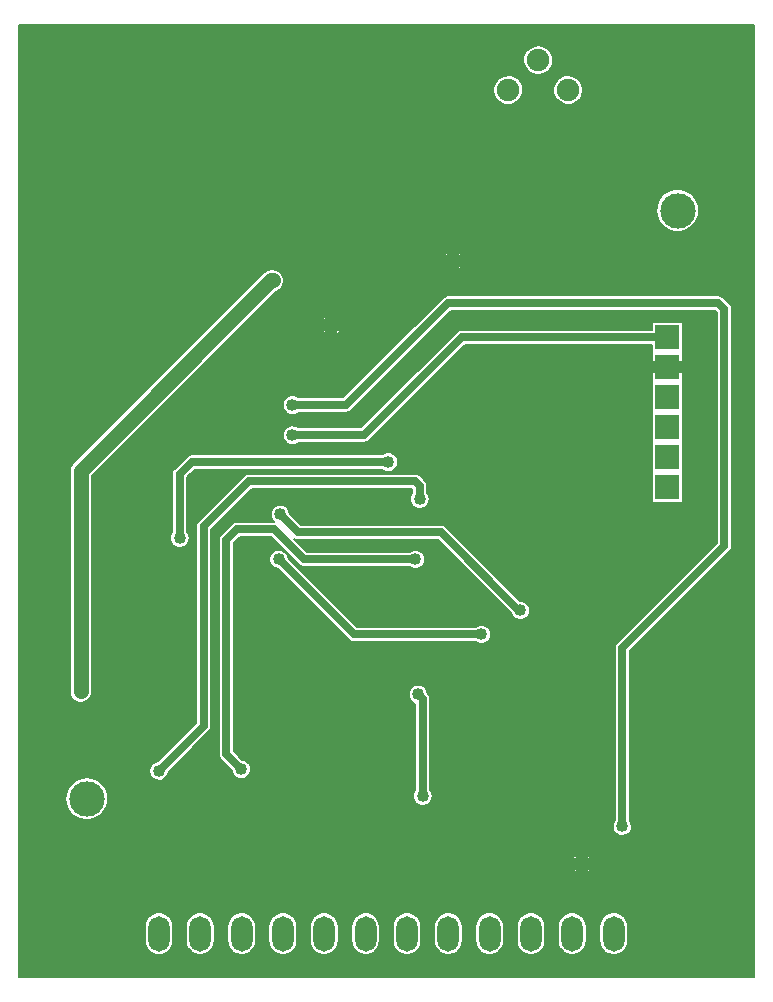
<source format=gbr>
%FSLAX23Y23*%
%MOIN*%
%ADD21O,0.07087X0.11811*%
%ADD23R,0.08000X0.08000*%
%ADD10C,0.00500*%
%ADD27C,0.02520*%
%ADD73C,0.03937*%
%ADD28C,0.04000*%
%ADD26C,0.04800*%
%ADD72C,0.05000*%
%ADD75C,0.07500*%
%ADD15C,0.11811*%
X000Y000D02*
D02*
D10*
X028Y176D02*
X494D01*
Y250*
X483Y251*
X473Y255*
X464Y260*
X456Y268*
X451Y277*
X447Y287*
X446Y298*
Y345*
X447Y356*
X451Y367*
X458Y377*
X467Y384*
X477Y390*
X488Y393*
X500*
X511Y390*
X521Y384*
X530Y377*
X536Y367*
X540Y356*
X542Y345*
X584*
X585Y356*
X589Y367*
X596Y377*
X604Y384*
X615Y390*
X626Y393*
X637*
X649Y390*
X659Y384*
X668Y377*
X674Y367*
X678Y356*
X680Y345*
X722*
X723Y356*
X727Y367*
X734Y377*
X742Y384*
X753Y390*
X764Y393*
X775*
X786Y390*
X797Y384*
X805Y377*
X812Y367*
X816Y356*
X817Y345*
X859*
X861Y356*
X865Y367*
X871Y377*
X880Y384*
X890Y390*
X902Y393*
X913*
X924Y390*
X935Y384*
X943Y377*
X950Y367*
X954Y356*
X955Y345*
X997*
X999Y356*
X1003Y367*
X1009Y377*
X1018Y384*
X1028Y390*
X1039Y393*
X1051*
X1062Y390*
X1072Y384*
X1081Y377*
X1088Y367*
X1092Y356*
X1093Y345*
X1135*
X1136Y356*
X1140Y367*
X1147Y377*
X1156Y384*
X1166Y390*
X1177Y393*
X1189*
X1200Y390*
X1210Y384*
X1219Y377*
X1225Y367*
X1229Y356*
X1231Y345*
X1273*
X1274Y356*
X1278Y367*
X1285Y377*
X1293Y384*
X1304Y390*
X1315Y393*
X1326*
X1338Y390*
X1348Y384*
X1357Y377*
X1363Y367*
X1367Y356*
X1369Y345*
X1411*
X1412Y356*
X1416Y367*
X1423Y377*
X1431Y384*
X1441Y390*
X1453Y393*
X1464*
X1475Y390*
X1486Y384*
X1494Y377*
X1501Y367*
X1505Y356*
X1506Y345*
X1548*
X1550Y356*
X1554Y367*
X1560Y377*
X1569Y384*
X1579Y390*
X1591Y393*
X1602*
X1613Y390*
X1624Y384*
X1632Y377*
X1639Y367*
X1643Y356*
X1644Y345*
X1686*
X1688Y356*
X1692Y367*
X1698Y377*
X1707Y384*
X1717Y390*
X1728Y393*
X1740*
X1751Y390*
X1761Y384*
X1770Y377*
X1777Y367*
X1781Y356*
X1782Y345*
X1824*
X1825Y356*
X1829Y367*
X1836Y377*
X1845Y384*
X1855Y390*
X1866Y393*
X1878*
X1889Y390*
X1899Y384*
X1908Y377*
X1914Y367*
X1918Y356*
X1920Y345*
X1962*
X1963Y356*
X1967Y367*
X1974Y377*
X1982Y384*
X1993Y390*
X2004Y393*
X2015*
X2027Y390*
X2037Y384*
X2046Y377*
X2052Y367*
X2056Y356*
X2058Y345*
Y298*
X2056Y286*
X2052Y275*
X2046Y266*
X2037Y258*
X2027Y253*
X2015Y250*
X2004*
X1993Y253*
X1982Y258*
X1974Y266*
X1967Y275*
X1963Y286*
X1962Y298*
Y345*
X1920*
Y298*
X1918Y286*
X1914Y275*
X1908Y266*
X1899Y258*
X1889Y253*
X1878Y250*
X1866*
X1855Y253*
X1845Y258*
X1836Y266*
X1829Y275*
X1825Y286*
X1824Y298*
Y345*
X1782*
Y298*
X1781Y286*
X1777Y275*
X1770Y266*
X1761Y258*
X1751Y253*
X1740Y250*
X1728*
X1717Y253*
X1707Y258*
X1698Y266*
X1692Y275*
X1688Y286*
X1686Y298*
Y345*
X1644*
Y298*
X1643Y286*
X1639Y275*
X1632Y266*
X1624Y258*
X1613Y253*
X1602Y250*
X1590*
X1579Y253*
X1569Y258*
X1560Y266*
X1554Y275*
X1550Y286*
X1548Y298*
Y345*
X1506*
Y298*
X1505Y286*
X1501Y275*
X1494Y266*
X1486Y258*
X1475Y253*
X1464Y250*
X1453*
X1441Y253*
X1431Y258*
X1423Y266*
X1416Y275*
X1412Y286*
X1411Y298*
Y345*
X1369*
Y298*
X1367Y286*
X1363Y275*
X1357Y266*
X1348Y258*
X1338Y253*
X1326Y250*
X1315*
X1304Y253*
X1293Y258*
X1285Y266*
X1278Y275*
X1274Y286*
X1273Y298*
Y345*
X1231*
Y298*
X1229Y286*
X1225Y275*
X1219Y266*
X1210Y258*
X1200Y253*
X1189Y250*
X1177*
X1166Y253*
X1156Y258*
X1147Y266*
X1140Y275*
X1136Y286*
X1135Y298*
Y345*
X1093*
Y298*
X1092Y286*
X1088Y275*
X1081Y266*
X1072Y258*
X1062Y253*
X1051Y250*
X1039*
X1028Y253*
X1018Y258*
X1009Y266*
X1003Y275*
X999Y286*
X997Y298*
Y345*
X955*
Y298*
X954Y286*
X950Y275*
X943Y266*
X935Y258*
X924Y253*
X913Y250*
X902*
X890Y253*
X880Y258*
X871Y266*
X865Y275*
X861Y286*
X859Y298*
Y345*
X817*
Y298*
X816Y286*
X812Y275*
X805Y266*
X797Y258*
X786Y253*
X775Y250*
X764*
X753Y253*
X742Y258*
X734Y266*
X727Y275*
X723Y286*
X722Y298*
Y345*
X680*
Y298*
X678Y286*
X674Y275*
X668Y266*
X659Y258*
X649Y253*
X637Y250*
X626*
X615Y253*
X604Y258*
X596Y266*
X589Y275*
X585Y286*
X584Y298*
Y345*
X542*
Y298*
X541Y287*
X537Y277*
X531Y268*
X524Y260*
X515Y255*
X505Y251*
X494Y250*
Y176*
X2478*
Y2404*
X2404*
Y1614*
X2403Y1607*
X2400Y1601*
X2396Y1596*
X2064Y1263*
Y699*
X2069Y691*
X2071Y681*
X2070Y671*
X2066Y662*
X2060Y654*
X2051Y649*
X2042Y646*
X2032Y647*
X2023Y650*
X2015Y656*
X1930Y578*
X1936Y571*
X1939Y563*
X1940Y554*
X1939Y543*
X1934Y534*
X1927Y526*
X1919Y520*
X1909Y517*
X1898*
X1888Y520*
X1880Y526*
X1873Y534*
X1869Y543*
X1867Y554*
X1868Y563*
X1872Y572*
X1878Y580*
X1886Y585*
X1895Y589*
X1904Y590*
X1914Y589*
X1923Y585*
X1930Y578*
X2015Y656*
X2009Y664*
X2007Y673*
X2006Y682*
X2009Y691*
X2013Y699*
Y1274*
X2014Y1280*
X2017Y1286*
X2021Y1291*
X2353Y1624*
Y2393*
X2348Y2398*
X1469*
X1136Y2066*
X1131Y2062*
X1125Y2059*
X1119Y2058*
X959*
X953Y2054*
X946Y2052*
X939Y2051*
Y2016*
X946Y2015*
X953Y2013*
X959Y2009*
X1168*
X1486Y2326*
X1491Y2330*
X1497Y2333*
X1504Y2334*
X2136*
Y2361*
X2241*
Y1756*
X2136*
Y2283*
X1514*
X1196Y1966*
X1191Y1962*
X1185Y1959*
X1179Y1958*
X959*
X953Y1954*
X946Y1952*
X939Y1951*
Y1919*
X1238*
X1246Y1923*
X1255Y1926*
X1264Y1926*
X1272Y1923*
X1280Y1918*
X1286Y1911*
X1290Y1903*
X1291Y1894*
X1290Y1885*
X1287Y1877*
X1282Y1871*
X1275Y1865*
X1267Y1862*
X1259Y1861*
Y1854*
X1349*
X1355Y1853*
X1361Y1850*
X1366Y1846*
X1381Y1831*
X1385Y1826*
X1388Y1820*
X1389Y1814*
Y1789*
X1393Y1783*
X1395Y1776*
X1396Y1769*
X1395Y1759*
X1391Y1751*
X1385Y1744*
X1377Y1739*
X1368Y1736*
X1359*
X1350Y1739*
X1342Y1744*
X1336Y1751*
X1332Y1759*
X1331Y1769*
X1332Y1776*
X1334Y1783*
X1338Y1789*
Y1803*
X1338Y1803*
X804*
X669Y1668*
Y1014*
X693*
Y1634*
X694Y1640*
X697Y1646*
X701Y1651*
X736Y1686*
X741Y1690*
X747Y1693*
X754Y1694*
X878*
X871Y1701*
X867Y1709*
X866Y1719*
X868Y1728*
X872Y1737*
X879Y1744*
X887Y1749*
X897Y1751*
X907Y1750*
X916Y1746*
X923Y1740*
X928Y1731*
X931Y1722*
X969Y1684*
X1434*
X1440Y1683*
X1446Y1680*
X1451Y1676*
X1697Y1431*
X1705Y1430*
X1714Y1427*
X1721Y1422*
X1726Y1415*
X1730Y1407*
X1731Y1399*
X1730Y1389*
X1726Y1381*
X1720Y1374*
X1712Y1369*
X1703Y1366*
X1694Y1366*
X1685Y1369*
X1677Y1374*
X1671Y1381*
X1667Y1389*
X1423Y1633*
X959*
X952Y1634*
X945Y1637*
X989Y1594*
X1328*
X1336Y1598*
X1345Y1601*
X1354Y1601*
X1362Y1598*
X1370Y1593*
X1376Y1586*
X1380Y1578*
X1381Y1569*
X1380Y1560*
X1376Y1551*
X1370Y1544*
X1362Y1539*
X1354Y1536*
X1345Y1536*
X1336Y1539*
X1328Y1543*
X979*
X972Y1544*
X966Y1547*
X961Y1551*
X918Y1593*
X917Y1592*
X921Y1586*
X924Y1579*
X926Y1572*
X1154Y1344*
X1548*
X1556Y1348*
X1565Y1351*
X1574Y1351*
X1582Y1348*
X1590Y1343*
X1596Y1336*
X1600Y1328*
X1601Y1319*
X1600Y1310*
X1596Y1301*
X1590Y1294*
X1582Y1289*
X1574Y1286*
X1565Y1286*
X1556Y1289*
X1548Y1293*
X1359*
Y1151*
X1368Y1150*
X1377Y1146*
X1384Y1139*
X1389Y1131*
X1391Y1122*
X1391Y1121*
X1395Y1116*
X1398Y1110*
X1399Y1104*
Y799*
X1403Y793*
X1405Y786*
X1406Y779*
X1405Y769*
X1401Y761*
X1395Y754*
X1387Y749*
X1378Y746*
X1369*
X1360Y749*
X1352Y754*
X1346Y761*
X1342Y769*
X1341Y779*
X1342Y786*
X1344Y793*
X1348Y799*
Y1088*
X1340Y1092*
X1333Y1098*
X1329Y1106*
X1326Y1115*
X1326Y1124*
X1329Y1132*
X1334Y1140*
X1341Y1146*
X1349Y1150*
X1359Y1151*
Y1293*
X1144*
X1137Y1294*
X1131Y1297*
X1126Y1301*
X890Y1536*
X881Y1539*
X873Y1543*
X867Y1551*
X862Y1559*
X861Y1569*
X862Y1578*
X867Y1587*
X873Y1594*
X881Y1599*
X890Y1601*
X900Y1600*
X909Y1597*
X917Y1592*
X918Y1593*
X868Y1643*
X764*
X744Y1623*
Y929*
X772Y901*
X781Y899*
X789Y894*
X796Y887*
X800Y878*
X801Y869*
X800Y859*
X795Y850*
X788Y843*
X780Y838*
X770Y836*
X760Y837*
X751Y841*
X744Y847*
X739Y856*
X736Y865*
X701Y901*
X697Y906*
X694Y912*
X693Y919*
Y1014*
X669*
X668Y1007*
X665Y1001*
X661Y996*
X526Y860*
X524Y851*
X519Y843*
X511Y836*
X503Y832*
X493Y831*
X484Y833*
X475Y837*
X468Y844*
X463Y852*
X320Y797*
X324Y784*
X325Y771*
X323Y756*
X319Y742*
X311Y729*
X301Y718*
X289Y709*
X275Y703*
X261Y700*
X246*
X231Y703*
X218Y709*
X205Y718*
X195Y729*
X188Y742*
X183Y756*
X182Y771*
X183Y785*
X187Y799*
X194Y811*
X203Y822*
X214Y831*
X227Y837*
X240Y841*
X254Y843*
X268Y841*
X282Y837*
X294Y830*
X305Y820*
X314Y809*
X320Y797*
X463Y852*
X461Y862*
X462Y871*
X466Y881*
X472Y888*
X481Y893*
X490Y896*
X618Y1024*
Y1679*
X619Y1685*
X622Y1691*
X626Y1696*
X776Y1846*
X781Y1850*
X787Y1853*
X794Y1854*
X1259*
Y1861*
X1251Y1862*
X1244Y1864*
X1238Y1868*
X614*
X589Y1843*
Y1659*
X593Y1653*
X595Y1646*
X596Y1639*
X595Y1629*
X591Y1621*
X585Y1614*
X577Y1609*
X568Y1606*
X559*
X550Y1609*
X542Y1614*
X536Y1621*
X532Y1629*
X531Y1639*
X532Y1646*
X534Y1653*
X538Y1659*
Y1854*
X539Y1860*
X542Y1866*
X546Y1871*
X586Y1911*
X591Y1915*
X597Y1918*
X604Y1919*
X939*
Y1951*
X930Y1952*
X922Y1955*
X916Y1961*
X910Y1967*
X907Y1975*
X906Y1984*
X907Y1992*
X910Y2000*
X916Y2007*
X922Y2012*
X930Y2015*
X939Y2016*
Y2051*
X930Y2052*
X922Y2055*
X916Y2061*
X910Y2067*
X907Y2075*
X906Y2084*
X907Y2093*
X911Y2101*
X917Y2108*
X925Y2113*
X933Y2116*
X943Y2116*
X951Y2113*
X959Y2109*
X1108*
X1208Y2209*
X1094Y2323*
X1087Y2317*
X1078Y2313*
X1069Y2312*
X1059Y2313*
X1050Y2317*
X1043Y2323*
X1037Y2330*
X1033Y2339*
X1032Y2349*
X1034Y2359*
X1038Y2368*
X1045Y2376*
X1053Y2382*
X1063Y2385*
X1074*
X1084Y2382*
X1092Y2376*
X1099Y2368*
X1104Y2359*
X1105Y2349*
X1104Y2339*
X1100Y2330*
X1094Y2323*
X1208Y2209*
X1441Y2441*
X1446Y2445*
X1452Y2448*
X1459Y2449*
X1474*
Y2527*
X1464Y2528*
X1455Y2532*
X1448Y2538*
X1442Y2545*
X1438Y2554*
X1437Y2564*
X1439Y2574*
X1443Y2583*
X1450Y2591*
X1458Y2597*
X1468Y2600*
X1479*
X1489Y2597*
X1497Y2591*
X1504Y2583*
X1509Y2574*
X1510Y2564*
X1509Y2554*
X1505Y2545*
X1499Y2538*
X1492Y2532*
X1483Y2528*
X1474Y2527*
Y2449*
X2359*
X2365Y2448*
X2371Y2445*
X2376Y2441*
X2396Y2421*
X2400Y2416*
X2403Y2410*
X2404Y2404*
X2478*
Y2732*
X2294*
X2293Y2718*
X2288Y2703*
X2281Y2690*
X2271Y2679*
X2258Y2670*
X2245Y2664*
X2230Y2661*
X2215*
X2201Y2664*
X2187Y2670*
X2175Y2679*
X2165Y2690*
X2157Y2703*
X2153Y2718*
X2151Y2732*
X2153Y2747*
X2157Y2761*
X2165Y2774*
X2175Y2786*
X2187Y2794*
X2201Y2800*
X2215Y2804*
X2230*
X2245Y2800*
X2258Y2794*
X2271Y2786*
X2281Y2774*
X2288Y2761*
X2293Y2747*
X2294Y2732*
X2478*
Y3352*
X1759*
Y3284*
X1770Y3282*
X1781Y3278*
X1791Y3272*
X1799Y3263*
X1805Y3253*
X1808Y3241*
X1808Y3230*
X1806Y3218*
X1801Y3207*
X1794Y3198*
X1823Y3169*
X1831Y3175*
X1839Y3180*
X1849Y3183*
X1859Y3184*
X1871Y3182*
X1882Y3178*
X1892Y3171*
X1900Y3162*
X1905Y3151*
X1908Y3140*
Y3128*
X1905Y3116*
X1900Y3105*
X1892Y3096*
X1882Y3089*
X1871Y3085*
X1859Y3084*
X1847Y3085*
X1836Y3089*
X1826Y3096*
X1818Y3104*
X1812Y3114*
X1809Y3126*
X1809Y3137*
X1811Y3149*
X1816Y3160*
X1823Y3169*
X1794Y3198*
X1785Y3191*
X1775Y3186*
X1764Y3184*
X1753*
X1742Y3186*
X1732Y3191*
X1723Y3198*
X1694Y3169*
X1701Y3160*
X1706Y3149*
X1708Y3137*
X1708Y3126*
X1705Y3114*
X1699Y3104*
X1691Y3096*
X1681Y3089*
X1670Y3085*
X1659Y3084*
X1647Y3085*
X1635Y3089*
X1625Y3096*
X1617Y3105*
X1612Y3116*
X1609Y3128*
Y3140*
X1612Y3151*
X1617Y3162*
X1625Y3171*
X1635Y3178*
X1647Y3182*
X1659Y3184*
X1668Y3183*
X1678Y3180*
X1686Y3175*
X1694Y3169*
X1723Y3198*
X1716Y3207*
X1711Y3218*
X1709Y3230*
X1709Y3241*
X1712Y3253*
X1718Y3263*
X1726Y3272*
X1736Y3278*
X1747Y3282*
X1759Y3284*
Y3352*
X028*
Y1744*
X196*
Y1864*
X197Y1873*
X201Y1882*
X207Y1890*
X842Y2525*
X850Y2531*
X859Y2535*
X869Y2536*
X874*
X884Y2535*
X893Y2530*
X901Y2524*
X907Y2515*
X910Y2505*
X911Y2495*
X908Y2484*
X903Y2475*
X896Y2468*
X886Y2463*
X271Y1848*
Y1129*
X270Y1118*
X265Y1108*
X258Y1100*
X249Y1094*
X239Y1091*
X228*
X218Y1094*
X209Y1100*
X202Y1108*
X198Y1118*
X196Y1129*
Y1744*
X028*
Y176*
G36*
X494*
Y250*
X483Y251*
X473Y255*
X464Y260*
X456Y268*
X451Y277*
X447Y287*
X446Y298*
Y345*
X447Y356*
X451Y367*
X458Y377*
X467Y384*
X477Y390*
X488Y393*
X500*
X511Y390*
X521Y384*
X530Y377*
X536Y367*
X540Y356*
X542Y345*
X584*
X585Y356*
X589Y367*
X596Y377*
X604Y384*
X615Y390*
X626Y393*
X637*
X649Y390*
X659Y384*
X668Y377*
X674Y367*
X678Y356*
X680Y345*
X722*
X723Y356*
X727Y367*
X734Y377*
X742Y384*
X753Y390*
X764Y393*
X775*
X786Y390*
X797Y384*
X805Y377*
X812Y367*
X816Y356*
X817Y345*
X859*
X861Y356*
X865Y367*
X871Y377*
X880Y384*
X890Y390*
X902Y393*
X913*
X924Y390*
X935Y384*
X943Y377*
X950Y367*
X954Y356*
X955Y345*
X997*
X999Y356*
X1003Y367*
X1009Y377*
X1018Y384*
X1028Y390*
X1039Y393*
X1051*
X1062Y390*
X1072Y384*
X1081Y377*
X1088Y367*
X1092Y356*
X1093Y345*
X1135*
X1136Y356*
X1140Y367*
X1147Y377*
X1156Y384*
X1166Y390*
X1177Y393*
X1189*
X1200Y390*
X1210Y384*
X1219Y377*
X1225Y367*
X1229Y356*
X1231Y345*
X1273*
X1274Y356*
X1278Y367*
X1285Y377*
X1293Y384*
X1304Y390*
X1315Y393*
X1326*
X1338Y390*
X1348Y384*
X1357Y377*
X1363Y367*
X1367Y356*
X1369Y345*
X1411*
X1412Y356*
X1416Y367*
X1423Y377*
X1431Y384*
X1441Y390*
X1453Y393*
X1464*
X1475Y390*
X1486Y384*
X1494Y377*
X1501Y367*
X1505Y356*
X1506Y345*
X1548*
X1550Y356*
X1554Y367*
X1560Y377*
X1569Y384*
X1579Y390*
X1591Y393*
X1602*
X1613Y390*
X1624Y384*
X1632Y377*
X1639Y367*
X1643Y356*
X1644Y345*
X1686*
X1688Y356*
X1692Y367*
X1698Y377*
X1707Y384*
X1717Y390*
X1728Y393*
X1740*
X1751Y390*
X1761Y384*
X1770Y377*
X1777Y367*
X1781Y356*
X1782Y345*
X1824*
X1825Y356*
X1829Y367*
X1836Y377*
X1845Y384*
X1855Y390*
X1866Y393*
X1878*
X1889Y390*
X1899Y384*
X1908Y377*
X1914Y367*
X1918Y356*
X1920Y345*
X1962*
X1963Y356*
X1967Y367*
X1974Y377*
X1982Y384*
X1993Y390*
X2004Y393*
X2015*
X2027Y390*
X2037Y384*
X2046Y377*
X2052Y367*
X2056Y356*
X2058Y345*
Y298*
X2056Y286*
X2052Y275*
X2046Y266*
X2037Y258*
X2027Y253*
X2015Y250*
X2004*
X1993Y253*
X1982Y258*
X1974Y266*
X1967Y275*
X1963Y286*
X1962Y298*
Y345*
X1920*
Y298*
X1918Y286*
X1914Y275*
X1908Y266*
X1899Y258*
X1889Y253*
X1878Y250*
X1866*
X1855Y253*
X1845Y258*
X1836Y266*
X1829Y275*
X1825Y286*
X1824Y298*
Y345*
X1782*
Y298*
X1781Y286*
X1777Y275*
X1770Y266*
X1761Y258*
X1751Y253*
X1740Y250*
X1728*
X1717Y253*
X1707Y258*
X1698Y266*
X1692Y275*
X1688Y286*
X1686Y298*
Y345*
X1644*
Y298*
X1643Y286*
X1639Y275*
X1632Y266*
X1624Y258*
X1613Y253*
X1602Y250*
X1590*
X1579Y253*
X1569Y258*
X1560Y266*
X1554Y275*
X1550Y286*
X1548Y298*
Y345*
X1506*
Y298*
X1505Y286*
X1501Y275*
X1494Y266*
X1486Y258*
X1475Y253*
X1464Y250*
X1453*
X1441Y253*
X1431Y258*
X1423Y266*
X1416Y275*
X1412Y286*
X1411Y298*
Y345*
X1369*
Y298*
X1367Y286*
X1363Y275*
X1357Y266*
X1348Y258*
X1338Y253*
X1326Y250*
X1315*
X1304Y253*
X1293Y258*
X1285Y266*
X1278Y275*
X1274Y286*
X1273Y298*
Y345*
X1231*
Y298*
X1229Y286*
X1225Y275*
X1219Y266*
X1210Y258*
X1200Y253*
X1189Y250*
X1177*
X1166Y253*
X1156Y258*
X1147Y266*
X1140Y275*
X1136Y286*
X1135Y298*
Y345*
X1093*
Y298*
X1092Y286*
X1088Y275*
X1081Y266*
X1072Y258*
X1062Y253*
X1051Y250*
X1039*
X1028Y253*
X1018Y258*
X1009Y266*
X1003Y275*
X999Y286*
X997Y298*
Y345*
X955*
Y298*
X954Y286*
X950Y275*
X943Y266*
X935Y258*
X924Y253*
X913Y250*
X902*
X890Y253*
X880Y258*
X871Y266*
X865Y275*
X861Y286*
X859Y298*
Y345*
X817*
Y298*
X816Y286*
X812Y275*
X805Y266*
X797Y258*
X786Y253*
X775Y250*
X764*
X753Y253*
X742Y258*
X734Y266*
X727Y275*
X723Y286*
X722Y298*
Y345*
X680*
Y298*
X678Y286*
X674Y275*
X668Y266*
X659Y258*
X649Y253*
X637Y250*
X626*
X615Y253*
X604Y258*
X596Y266*
X589Y275*
X585Y286*
X584Y298*
Y345*
X542*
Y298*
X541Y287*
X537Y277*
X531Y268*
X524Y260*
X515Y255*
X505Y251*
X494Y250*
Y176*
X2478*
Y2404*
X2404*
Y1614*
X2403Y1607*
X2400Y1601*
X2396Y1596*
X2064Y1263*
Y699*
X2069Y691*
X2071Y681*
X2070Y671*
X2066Y662*
X2060Y654*
X2051Y649*
X2042Y646*
X2032Y647*
X2023Y650*
X2015Y656*
X1930Y578*
X1936Y571*
X1939Y563*
X1940Y554*
X1939Y543*
X1934Y534*
X1927Y526*
X1919Y520*
X1909Y517*
X1898*
X1888Y520*
X1880Y526*
X1873Y534*
X1869Y543*
X1867Y554*
X1868Y563*
X1872Y572*
X1878Y580*
X1886Y585*
X1895Y589*
X1904Y590*
X1914Y589*
X1923Y585*
X1930Y578*
X2015Y656*
X2009Y664*
X2007Y673*
X2006Y682*
X2009Y691*
X2013Y699*
Y1274*
X2014Y1280*
X2017Y1286*
X2021Y1291*
X2353Y1624*
Y2393*
X2348Y2398*
X1469*
X1136Y2066*
X1131Y2062*
X1125Y2059*
X1119Y2058*
X959*
X953Y2054*
X946Y2052*
X939Y2051*
Y2016*
X946Y2015*
X953Y2013*
X959Y2009*
X1168*
X1486Y2326*
X1491Y2330*
X1497Y2333*
X1504Y2334*
X2136*
Y2361*
X2241*
Y1756*
X2136*
Y2283*
X1514*
X1196Y1966*
X1191Y1962*
X1185Y1959*
X1179Y1958*
X959*
X953Y1954*
X946Y1952*
X939Y1951*
Y1919*
X1238*
X1246Y1923*
X1255Y1926*
X1264Y1926*
X1272Y1923*
X1280Y1918*
X1286Y1911*
X1290Y1903*
X1291Y1894*
X1290Y1885*
X1287Y1877*
X1282Y1871*
X1275Y1865*
X1267Y1862*
X1259Y1861*
Y1854*
X1349*
X1355Y1853*
X1361Y1850*
X1366Y1846*
X1381Y1831*
X1385Y1826*
X1388Y1820*
X1389Y1814*
Y1789*
X1393Y1783*
X1395Y1776*
X1396Y1769*
X1395Y1759*
X1391Y1751*
X1385Y1744*
X1377Y1739*
X1368Y1736*
X1359*
X1350Y1739*
X1342Y1744*
X1336Y1751*
X1332Y1759*
X1331Y1769*
X1332Y1776*
X1334Y1783*
X1338Y1789*
Y1803*
X1338Y1803*
X804*
X669Y1668*
Y1014*
X693*
Y1634*
X694Y1640*
X697Y1646*
X701Y1651*
X736Y1686*
X741Y1690*
X747Y1693*
X754Y1694*
X878*
X871Y1701*
X867Y1709*
X866Y1719*
X868Y1728*
X872Y1737*
X879Y1744*
X887Y1749*
X897Y1751*
X907Y1750*
X916Y1746*
X923Y1740*
X928Y1731*
X931Y1722*
X969Y1684*
X1434*
X1440Y1683*
X1446Y1680*
X1451Y1676*
X1697Y1431*
X1705Y1430*
X1714Y1427*
X1721Y1422*
X1726Y1415*
X1730Y1407*
X1731Y1399*
X1730Y1389*
X1726Y1381*
X1720Y1374*
X1712Y1369*
X1703Y1366*
X1694Y1366*
X1685Y1369*
X1677Y1374*
X1671Y1381*
X1667Y1389*
X1423Y1633*
X959*
X952Y1634*
X945Y1637*
X989Y1594*
X1328*
X1336Y1598*
X1345Y1601*
X1354Y1601*
X1362Y1598*
X1370Y1593*
X1376Y1586*
X1380Y1578*
X1381Y1569*
X1380Y1560*
X1376Y1551*
X1370Y1544*
X1362Y1539*
X1354Y1536*
X1345Y1536*
X1336Y1539*
X1328Y1543*
X979*
X972Y1544*
X966Y1547*
X961Y1551*
X918Y1593*
X917Y1592*
X921Y1586*
X924Y1579*
X926Y1572*
X1154Y1344*
X1548*
X1556Y1348*
X1565Y1351*
X1574Y1351*
X1582Y1348*
X1590Y1343*
X1596Y1336*
X1600Y1328*
X1601Y1319*
X1600Y1310*
X1596Y1301*
X1590Y1294*
X1582Y1289*
X1574Y1286*
X1565Y1286*
X1556Y1289*
X1548Y1293*
X1359*
Y1151*
X1368Y1150*
X1377Y1146*
X1384Y1139*
X1389Y1131*
X1391Y1122*
X1391Y1121*
X1395Y1116*
X1398Y1110*
X1399Y1104*
Y799*
X1403Y793*
X1405Y786*
X1406Y779*
X1405Y769*
X1401Y761*
X1395Y754*
X1387Y749*
X1378Y746*
X1369*
X1360Y749*
X1352Y754*
X1346Y761*
X1342Y769*
X1341Y779*
X1342Y786*
X1344Y793*
X1348Y799*
Y1088*
X1340Y1092*
X1333Y1098*
X1329Y1106*
X1326Y1115*
X1326Y1124*
X1329Y1132*
X1334Y1140*
X1341Y1146*
X1349Y1150*
X1359Y1151*
Y1293*
X1144*
X1137Y1294*
X1131Y1297*
X1126Y1301*
X890Y1536*
X881Y1539*
X873Y1543*
X867Y1551*
X862Y1559*
X861Y1569*
X862Y1578*
X867Y1587*
X873Y1594*
X881Y1599*
X890Y1601*
X900Y1600*
X909Y1597*
X917Y1592*
X918Y1593*
X868Y1643*
X764*
X744Y1623*
Y929*
X772Y901*
X781Y899*
X789Y894*
X796Y887*
X800Y878*
X801Y869*
X800Y859*
X795Y850*
X788Y843*
X780Y838*
X770Y836*
X760Y837*
X751Y841*
X744Y847*
X739Y856*
X736Y865*
X701Y901*
X697Y906*
X694Y912*
X693Y919*
Y1014*
X669*
X668Y1007*
X665Y1001*
X661Y996*
X526Y860*
X524Y851*
X519Y843*
X511Y836*
X503Y832*
X493Y831*
X484Y833*
X475Y837*
X468Y844*
X463Y852*
X320Y797*
X324Y784*
X325Y771*
X323Y756*
X319Y742*
X311Y729*
X301Y718*
X289Y709*
X275Y703*
X261Y700*
X246*
X231Y703*
X218Y709*
X205Y718*
X195Y729*
X188Y742*
X183Y756*
X182Y771*
X183Y785*
X187Y799*
X194Y811*
X203Y822*
X214Y831*
X227Y837*
X240Y841*
X254Y843*
X268Y841*
X282Y837*
X294Y830*
X305Y820*
X314Y809*
X320Y797*
X463Y852*
X461Y862*
X462Y871*
X466Y881*
X472Y888*
X481Y893*
X490Y896*
X618Y1024*
Y1679*
X619Y1685*
X622Y1691*
X626Y1696*
X776Y1846*
X781Y1850*
X787Y1853*
X794Y1854*
X1259*
Y1861*
X1251Y1862*
X1244Y1864*
X1238Y1868*
X614*
X589Y1843*
Y1659*
X593Y1653*
X595Y1646*
X596Y1639*
X595Y1629*
X591Y1621*
X585Y1614*
X577Y1609*
X568Y1606*
X559*
X550Y1609*
X542Y1614*
X536Y1621*
X532Y1629*
X531Y1639*
X532Y1646*
X534Y1653*
X538Y1659*
Y1854*
X539Y1860*
X542Y1866*
X546Y1871*
X586Y1911*
X591Y1915*
X597Y1918*
X604Y1919*
X939*
Y1951*
X930Y1952*
X922Y1955*
X916Y1961*
X910Y1967*
X907Y1975*
X906Y1984*
X907Y1992*
X910Y2000*
X916Y2007*
X922Y2012*
X930Y2015*
X939Y2016*
Y2051*
X930Y2052*
X922Y2055*
X916Y2061*
X910Y2067*
X907Y2075*
X906Y2084*
X907Y2093*
X911Y2101*
X917Y2108*
X925Y2113*
X933Y2116*
X943Y2116*
X951Y2113*
X959Y2109*
X1108*
X1208Y2209*
X1094Y2323*
X1087Y2317*
X1078Y2313*
X1069Y2312*
X1059Y2313*
X1050Y2317*
X1043Y2323*
X1037Y2330*
X1033Y2339*
X1032Y2349*
X1034Y2359*
X1038Y2368*
X1045Y2376*
X1053Y2382*
X1063Y2385*
X1074*
X1084Y2382*
X1092Y2376*
X1099Y2368*
X1104Y2359*
X1105Y2349*
X1104Y2339*
X1100Y2330*
X1094Y2323*
X1208Y2209*
X1441Y2441*
X1446Y2445*
X1452Y2448*
X1459Y2449*
X1474*
Y2527*
X1464Y2528*
X1455Y2532*
X1448Y2538*
X1442Y2545*
X1438Y2554*
X1437Y2564*
X1439Y2574*
X1443Y2583*
X1450Y2591*
X1458Y2597*
X1468Y2600*
X1479*
X1489Y2597*
X1497Y2591*
X1504Y2583*
X1509Y2574*
X1510Y2564*
X1509Y2554*
X1505Y2545*
X1499Y2538*
X1492Y2532*
X1483Y2528*
X1474Y2527*
Y2449*
X2359*
X2365Y2448*
X2371Y2445*
X2376Y2441*
X2396Y2421*
X2400Y2416*
X2403Y2410*
X2404Y2404*
X2478*
Y2732*
X2294*
X2293Y2718*
X2288Y2703*
X2281Y2690*
X2271Y2679*
X2258Y2670*
X2245Y2664*
X2230Y2661*
X2215*
X2201Y2664*
X2187Y2670*
X2175Y2679*
X2165Y2690*
X2157Y2703*
X2153Y2718*
X2151Y2732*
X2153Y2747*
X2157Y2761*
X2165Y2774*
X2175Y2786*
X2187Y2794*
X2201Y2800*
X2215Y2804*
X2230*
X2245Y2800*
X2258Y2794*
X2271Y2786*
X2281Y2774*
X2288Y2761*
X2293Y2747*
X2294Y2732*
X2478*
Y3352*
X1759*
Y3284*
X1770Y3282*
X1781Y3278*
X1791Y3272*
X1799Y3263*
X1805Y3253*
X1808Y3241*
X1808Y3230*
X1806Y3218*
X1801Y3207*
X1794Y3198*
X1823Y3169*
X1831Y3175*
X1839Y3180*
X1849Y3183*
X1859Y3184*
X1871Y3182*
X1882Y3178*
X1892Y3171*
X1900Y3162*
X1905Y3151*
X1908Y3140*
Y3128*
X1905Y3116*
X1900Y3105*
X1892Y3096*
X1882Y3089*
X1871Y3085*
X1859Y3084*
X1847Y3085*
X1836Y3089*
X1826Y3096*
X1818Y3104*
X1812Y3114*
X1809Y3126*
X1809Y3137*
X1811Y3149*
X1816Y3160*
X1823Y3169*
X1794Y3198*
X1785Y3191*
X1775Y3186*
X1764Y3184*
X1753*
X1742Y3186*
X1732Y3191*
X1723Y3198*
X1694Y3169*
X1701Y3160*
X1706Y3149*
X1708Y3137*
X1708Y3126*
X1705Y3114*
X1699Y3104*
X1691Y3096*
X1681Y3089*
X1670Y3085*
X1659Y3084*
X1647Y3085*
X1635Y3089*
X1625Y3096*
X1617Y3105*
X1612Y3116*
X1609Y3128*
Y3140*
X1612Y3151*
X1617Y3162*
X1625Y3171*
X1635Y3178*
X1647Y3182*
X1659Y3184*
X1668Y3183*
X1678Y3180*
X1686Y3175*
X1694Y3169*
X1723Y3198*
X1716Y3207*
X1711Y3218*
X1709Y3230*
X1709Y3241*
X1712Y3253*
X1718Y3263*
X1726Y3272*
X1736Y3278*
X1747Y3282*
X1759Y3284*
Y3352*
X028*
Y1744*
X196*
Y1864*
X197Y1873*
X201Y1882*
X207Y1890*
X842Y2525*
X850Y2531*
X859Y2535*
X869Y2536*
X874*
X884Y2535*
X893Y2530*
X901Y2524*
X907Y2515*
X910Y2505*
X911Y2495*
X908Y2484*
X903Y2475*
X896Y2468*
X886Y2463*
X271Y1848*
Y1129*
X270Y1118*
X265Y1108*
X258Y1100*
X249Y1094*
X239Y1091*
X228*
X218Y1094*
X209Y1100*
X202Y1108*
X198Y1118*
X196Y1129*
Y1744*
X028*
Y176*
G37*
D02*
D15*
X253Y771D03*
X2223Y2732D03*
D02*
D21*
X494Y321D03*
X632D03*
X770D03*
X907D03*
X1045D03*
X1183D03*
X1321D03*
X1458D03*
X1596D03*
X1734D03*
X1872D03*
X2010D03*
D02*
D23*
X2189Y1809D03*
Y1909D03*
Y2009D03*
Y2109D03*
Y2209D03*
Y2309D03*
D02*
D26*
X234Y1129D03*
Y1744D03*
X874Y2499D03*
X1069Y2349D03*
X1474Y2564D03*
X1904Y554D03*
D02*
D27*
X564Y1639D02*
Y1854D01*
X604Y1894*
X1259*
X939Y2084D02*
X1119D01*
X1459Y2424*
X2359*
X2379Y2404*
Y1614*
X2039Y1274*
Y679*
X1349Y1569D02*
X979D01*
X879Y1669*
X754*
X719Y1634*
Y919*
X769Y869*
X1364Y1769D02*
Y1814D01*
X1349Y1829*
X794*
X644Y1679*
Y1014*
X494Y864*
X1374Y779D02*
Y1104D01*
X1359Y1119*
X1474Y2564D02*
Y2559D01*
X1349Y2434*
X1164*
X1079Y2349*
X1069*
X1569Y1319D02*
X1144D01*
X894Y1569*
X1699Y1399D02*
Y1404D01*
X1689*
X1434Y1659*
X959*
X899Y1719*
X2189Y2309D02*
X1504D01*
X1179Y1984*
X939*
D02*
D28*
X494Y864D03*
X564Y1639D03*
X769Y869D03*
X894Y1569D03*
X899Y1719D03*
X939Y1984D03*
Y2084D03*
X1259Y1894D03*
X1349Y1569D03*
X1359Y1119D03*
X1364Y1769D03*
X1374Y779D03*
X1569Y1319D03*
X1699Y1399D03*
X2039Y679D03*
D02*
D72*
X234Y1744D02*
Y1129D01*
X874Y2499D02*
X869D01*
X234Y1864*
Y1744*
D02*
D73*
X1064Y2349D02*
X1015D01*
X1064D02*
X1015D01*
X1069Y2344D02*
Y2295D01*
Y2344D02*
Y2295D01*
Y2353D02*
Y2402D01*
Y2353D02*
Y2402D01*
X1073Y2349D02*
X1122D01*
X1073D02*
X1122D01*
X1469Y2564D02*
X1420D01*
X1469D02*
X1420D01*
X1474Y2559D02*
Y2510D01*
Y2559D02*
Y2510D01*
Y2568D02*
Y2617D01*
Y2568D02*
Y2617D01*
X1478Y2564D02*
X1527D01*
X1478D02*
X1527D01*
X1899Y554D02*
X1850D01*
X1899D02*
X1850D01*
X1904Y549D02*
Y500D01*
Y549D02*
Y500D01*
Y558D02*
Y607D01*
Y558D02*
Y607D01*
X1908Y554D02*
X1957D01*
X1908D02*
X1957D01*
X2168Y2209D02*
X2119D01*
X2168D02*
X2119D01*
X2209D02*
X2258D01*
X2209D02*
X2258D01*
D02*
D75*
X1659Y3134D03*
X1759Y3234D03*
X1859Y3134D03*
X000Y000D02*
M02*

</source>
